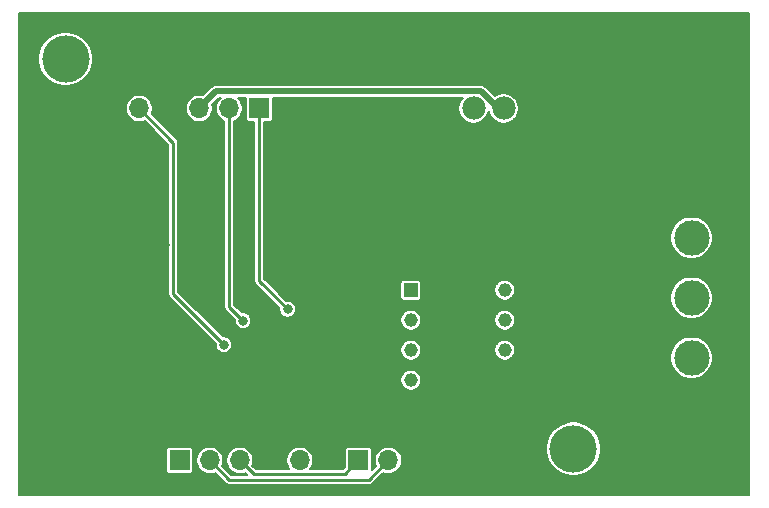
<source format=gbl>
%TF.GenerationSoftware,KiCad,Pcbnew,(5.1.12)-1*%
%TF.CreationDate,2022-08-06T16:25:20+02:00*%
%TF.ProjectId,Konwerter,4b6f6e77-6572-4746-9572-2e6b69636164,rev?*%
%TF.SameCoordinates,Original*%
%TF.FileFunction,Copper,L2,Bot*%
%TF.FilePolarity,Positive*%
%FSLAX46Y46*%
G04 Gerber Fmt 4.6, Leading zero omitted, Abs format (unit mm)*
G04 Created by KiCad (PCBNEW (5.1.12)-1) date 2022-08-06 16:25:20*
%MOMM*%
%LPD*%
G01*
G04 APERTURE LIST*
%TA.AperFunction,ComponentPad*%
%ADD10O,1.700000X1.700000*%
%TD*%
%TA.AperFunction,ComponentPad*%
%ADD11R,1.700000X1.700000*%
%TD*%
%TA.AperFunction,ComponentPad*%
%ADD12C,4.000000*%
%TD*%
%TA.AperFunction,ComponentPad*%
%ADD13C,3.000000*%
%TD*%
%TA.AperFunction,ComponentPad*%
%ADD14R,3.000000X3.000000*%
%TD*%
%TA.AperFunction,ComponentPad*%
%ADD15C,1.980000*%
%TD*%
%TA.AperFunction,ComponentPad*%
%ADD16R,1.980000X1.980000*%
%TD*%
%TA.AperFunction,ComponentPad*%
%ADD17C,1.160000*%
%TD*%
%TA.AperFunction,ComponentPad*%
%ADD18R,1.160000X1.160000*%
%TD*%
%TA.AperFunction,ViaPad*%
%ADD19C,0.800000*%
%TD*%
%TA.AperFunction,Conductor*%
%ADD20C,0.500000*%
%TD*%
%TA.AperFunction,Conductor*%
%ADD21C,0.250000*%
%TD*%
%TA.AperFunction,Conductor*%
%ADD22C,0.200000*%
%TD*%
G04 APERTURE END LIST*
D10*
X122340000Y-111000000D03*
D11*
X119800000Y-111000000D03*
D12*
X95000000Y-77000000D03*
X138000000Y-110000000D03*
D13*
X148000000Y-92160000D03*
D14*
X148000000Y-107400000D03*
D13*
X148000000Y-97240000D03*
X148000000Y-102320000D03*
D10*
X114820000Y-111000000D03*
X112280000Y-111000000D03*
X109740000Y-111000000D03*
X107200000Y-111000000D03*
D11*
X104660000Y-111000000D03*
D10*
X101240000Y-81200000D03*
X103780000Y-81200000D03*
X106320000Y-81200000D03*
X108860000Y-81200000D03*
D11*
X111400000Y-81200000D03*
D15*
X132100000Y-81200000D03*
X129550000Y-81200000D03*
D16*
X127000000Y-81200000D03*
D17*
X132170000Y-96590000D03*
X132170000Y-99130000D03*
X132170000Y-101670000D03*
X132170000Y-104210000D03*
X124230000Y-104210000D03*
X124230000Y-101670000D03*
X124230000Y-99130000D03*
D18*
X124230000Y-96590000D03*
D19*
X97275000Y-101925000D03*
X104565000Y-100435000D03*
X151600000Y-84000000D03*
X103400000Y-92800000D03*
X137000000Y-76000000D03*
X120000000Y-84000000D03*
X113800000Y-98200000D03*
X110035000Y-99165000D03*
X108400000Y-101200000D03*
D20*
X131600000Y-81200000D02*
X132100000Y-81200000D01*
X130159999Y-79759999D02*
X131600000Y-81200000D01*
X107760001Y-79759999D02*
X130159999Y-79759999D01*
X106320000Y-81200000D02*
X107760001Y-79759999D01*
D21*
X111400000Y-95800000D02*
X113800000Y-98200000D01*
X111400000Y-81200000D02*
X111400000Y-95800000D01*
X108860000Y-97990000D02*
X110035000Y-99165000D01*
X108860000Y-81200000D02*
X108860000Y-97990000D01*
X120714989Y-112625011D02*
X122340000Y-111000000D01*
X108825011Y-112625011D02*
X120714989Y-112625011D01*
X107200000Y-111000000D02*
X108825011Y-112625011D01*
X118624999Y-112175001D02*
X119800000Y-111000000D01*
X110915001Y-112175001D02*
X118624999Y-112175001D01*
X109740000Y-111000000D02*
X110915001Y-112175001D01*
X104125001Y-96925001D02*
X108400000Y-101200000D01*
X104125001Y-84085001D02*
X104125001Y-96925001D01*
X101240000Y-81200000D02*
X104125001Y-84085001D01*
D22*
X152900000Y-113900000D02*
X91100000Y-113900000D01*
X91100000Y-110150000D01*
X103508549Y-110150000D01*
X103508549Y-111850000D01*
X103514341Y-111908810D01*
X103531496Y-111965360D01*
X103559353Y-112017477D01*
X103596842Y-112063158D01*
X103642523Y-112100647D01*
X103694640Y-112128504D01*
X103751190Y-112145659D01*
X103810000Y-112151451D01*
X105510000Y-112151451D01*
X105568810Y-112145659D01*
X105625360Y-112128504D01*
X105677477Y-112100647D01*
X105723158Y-112063158D01*
X105760647Y-112017477D01*
X105788504Y-111965360D01*
X105805659Y-111908810D01*
X105811451Y-111850000D01*
X105811451Y-110886735D01*
X106050000Y-110886735D01*
X106050000Y-111113265D01*
X106094194Y-111335443D01*
X106180884Y-111544729D01*
X106306737Y-111733082D01*
X106466918Y-111893263D01*
X106655271Y-112019116D01*
X106864557Y-112105806D01*
X107086735Y-112150000D01*
X107313265Y-112150000D01*
X107535443Y-112105806D01*
X107655172Y-112056212D01*
X108509727Y-112910767D01*
X108523037Y-112926985D01*
X108587751Y-112980095D01*
X108661582Y-113019558D01*
X108661584Y-113019559D01*
X108741697Y-113043861D01*
X108825011Y-113052067D01*
X108845885Y-113050011D01*
X120694122Y-113050011D01*
X120714989Y-113052066D01*
X120735856Y-113050011D01*
X120735863Y-113050011D01*
X120798303Y-113043861D01*
X120878416Y-113019559D01*
X120952249Y-112980095D01*
X121016963Y-112926985D01*
X121030273Y-112910767D01*
X121884828Y-112056212D01*
X122004557Y-112105806D01*
X122226735Y-112150000D01*
X122453265Y-112150000D01*
X122675443Y-112105806D01*
X122884729Y-112019116D01*
X123073082Y-111893263D01*
X123233263Y-111733082D01*
X123359116Y-111544729D01*
X123445806Y-111335443D01*
X123490000Y-111113265D01*
X123490000Y-110886735D01*
X123445806Y-110664557D01*
X123359116Y-110455271D01*
X123233263Y-110266918D01*
X123073082Y-110106737D01*
X122884729Y-109980884D01*
X122675443Y-109894194D01*
X122453265Y-109850000D01*
X122226735Y-109850000D01*
X122004557Y-109894194D01*
X121795271Y-109980884D01*
X121606918Y-110106737D01*
X121446737Y-110266918D01*
X121320884Y-110455271D01*
X121234194Y-110664557D01*
X121190000Y-110886735D01*
X121190000Y-111113265D01*
X121234194Y-111335443D01*
X121283788Y-111455172D01*
X120951451Y-111787509D01*
X120951451Y-110150000D01*
X120945659Y-110091190D01*
X120928504Y-110034640D01*
X120900647Y-109982523D01*
X120863158Y-109936842D01*
X120817477Y-109899353D01*
X120765360Y-109871496D01*
X120708810Y-109854341D01*
X120650000Y-109848549D01*
X118950000Y-109848549D01*
X118891190Y-109854341D01*
X118834640Y-109871496D01*
X118782523Y-109899353D01*
X118736842Y-109936842D01*
X118699353Y-109982523D01*
X118671496Y-110034640D01*
X118654341Y-110091190D01*
X118648549Y-110150000D01*
X118648549Y-111550411D01*
X118448959Y-111750001D01*
X115696344Y-111750001D01*
X115713263Y-111733082D01*
X115839116Y-111544729D01*
X115925806Y-111335443D01*
X115970000Y-111113265D01*
X115970000Y-110886735D01*
X115925806Y-110664557D01*
X115839116Y-110455271D01*
X115713263Y-110266918D01*
X115553082Y-110106737D01*
X115364729Y-109980884D01*
X115155443Y-109894194D01*
X114933265Y-109850000D01*
X114706735Y-109850000D01*
X114484557Y-109894194D01*
X114275271Y-109980884D01*
X114086918Y-110106737D01*
X113926737Y-110266918D01*
X113800884Y-110455271D01*
X113714194Y-110664557D01*
X113670000Y-110886735D01*
X113670000Y-111113265D01*
X113714194Y-111335443D01*
X113800884Y-111544729D01*
X113926737Y-111733082D01*
X113943656Y-111750001D01*
X111091042Y-111750001D01*
X110796212Y-111455172D01*
X110845806Y-111335443D01*
X110890000Y-111113265D01*
X110890000Y-110886735D01*
X110845806Y-110664557D01*
X110759116Y-110455271D01*
X110633263Y-110266918D01*
X110473082Y-110106737D01*
X110284729Y-109980884D01*
X110075443Y-109894194D01*
X109853265Y-109850000D01*
X109626735Y-109850000D01*
X109404557Y-109894194D01*
X109195271Y-109980884D01*
X109006918Y-110106737D01*
X108846737Y-110266918D01*
X108720884Y-110455271D01*
X108634194Y-110664557D01*
X108590000Y-110886735D01*
X108590000Y-111113265D01*
X108634194Y-111335443D01*
X108720884Y-111544729D01*
X108846737Y-111733082D01*
X109006918Y-111893263D01*
X109195271Y-112019116D01*
X109404557Y-112105806D01*
X109626735Y-112150000D01*
X109853265Y-112150000D01*
X110075443Y-112105806D01*
X110195172Y-112056212D01*
X110338970Y-112200011D01*
X109001051Y-112200011D01*
X108256212Y-111455172D01*
X108305806Y-111335443D01*
X108350000Y-111113265D01*
X108350000Y-110886735D01*
X108305806Y-110664557D01*
X108219116Y-110455271D01*
X108093263Y-110266918D01*
X107933082Y-110106737D01*
X107744729Y-109980884D01*
X107535443Y-109894194D01*
X107313265Y-109850000D01*
X107086735Y-109850000D01*
X106864557Y-109894194D01*
X106655271Y-109980884D01*
X106466918Y-110106737D01*
X106306737Y-110266918D01*
X106180884Y-110455271D01*
X106094194Y-110664557D01*
X106050000Y-110886735D01*
X105811451Y-110886735D01*
X105811451Y-110150000D01*
X105805659Y-110091190D01*
X105788504Y-110034640D01*
X105760647Y-109982523D01*
X105723158Y-109936842D01*
X105677477Y-109899353D01*
X105625360Y-109871496D01*
X105568810Y-109854341D01*
X105510000Y-109848549D01*
X103810000Y-109848549D01*
X103751190Y-109854341D01*
X103694640Y-109871496D01*
X103642523Y-109899353D01*
X103596842Y-109936842D01*
X103559353Y-109982523D01*
X103531496Y-110034640D01*
X103514341Y-110091190D01*
X103508549Y-110150000D01*
X91100000Y-110150000D01*
X91100000Y-109773470D01*
X135700000Y-109773470D01*
X135700000Y-110226530D01*
X135788387Y-110670885D01*
X135961766Y-111089459D01*
X136213473Y-111466165D01*
X136533835Y-111786527D01*
X136910541Y-112038234D01*
X137329115Y-112211613D01*
X137773470Y-112300000D01*
X138226530Y-112300000D01*
X138670885Y-112211613D01*
X139089459Y-112038234D01*
X139466165Y-111786527D01*
X139786527Y-111466165D01*
X140038234Y-111089459D01*
X140211613Y-110670885D01*
X140300000Y-110226530D01*
X140300000Y-109773470D01*
X140211613Y-109329115D01*
X140038234Y-108910541D01*
X139786527Y-108533835D01*
X139466165Y-108213473D01*
X139089459Y-107961766D01*
X138670885Y-107788387D01*
X138226530Y-107700000D01*
X137773470Y-107700000D01*
X137329115Y-107788387D01*
X136910541Y-107961766D01*
X136533835Y-108213473D01*
X136213473Y-108533835D01*
X135961766Y-108910541D01*
X135788387Y-109329115D01*
X135700000Y-109773470D01*
X91100000Y-109773470D01*
X91100000Y-104123328D01*
X123350000Y-104123328D01*
X123350000Y-104296672D01*
X123383818Y-104466687D01*
X123450154Y-104626836D01*
X123546459Y-104770967D01*
X123669033Y-104893541D01*
X123813164Y-104989846D01*
X123973313Y-105056182D01*
X124143328Y-105090000D01*
X124316672Y-105090000D01*
X124486687Y-105056182D01*
X124646836Y-104989846D01*
X124790967Y-104893541D01*
X124913541Y-104770967D01*
X125009846Y-104626836D01*
X125076182Y-104466687D01*
X125110000Y-104296672D01*
X125110000Y-104123328D01*
X125076182Y-103953313D01*
X125009846Y-103793164D01*
X124913541Y-103649033D01*
X124790967Y-103526459D01*
X124646836Y-103430154D01*
X124486687Y-103363818D01*
X124316672Y-103330000D01*
X124143328Y-103330000D01*
X123973313Y-103363818D01*
X123813164Y-103430154D01*
X123669033Y-103526459D01*
X123546459Y-103649033D01*
X123450154Y-103793164D01*
X123383818Y-103953313D01*
X123350000Y-104123328D01*
X91100000Y-104123328D01*
X91100000Y-81086735D01*
X100090000Y-81086735D01*
X100090000Y-81313265D01*
X100134194Y-81535443D01*
X100220884Y-81744729D01*
X100346737Y-81933082D01*
X100506918Y-82093263D01*
X100695271Y-82219116D01*
X100904557Y-82305806D01*
X101126735Y-82350000D01*
X101353265Y-82350000D01*
X101575443Y-82305806D01*
X101695172Y-82256212D01*
X103700001Y-84261041D01*
X103700002Y-96904124D01*
X103697946Y-96925001D01*
X103706151Y-97008315D01*
X103722654Y-97062716D01*
X103730454Y-97088428D01*
X103769918Y-97162261D01*
X103823028Y-97226975D01*
X103839240Y-97240280D01*
X107704980Y-101106020D01*
X107700000Y-101131056D01*
X107700000Y-101268944D01*
X107726901Y-101404182D01*
X107779668Y-101531574D01*
X107856274Y-101646224D01*
X107953776Y-101743726D01*
X108068426Y-101820332D01*
X108195818Y-101873099D01*
X108331056Y-101900000D01*
X108468944Y-101900000D01*
X108604182Y-101873099D01*
X108731574Y-101820332D01*
X108846224Y-101743726D01*
X108943726Y-101646224D01*
X108985751Y-101583328D01*
X123350000Y-101583328D01*
X123350000Y-101756672D01*
X123383818Y-101926687D01*
X123450154Y-102086836D01*
X123546459Y-102230967D01*
X123669033Y-102353541D01*
X123813164Y-102449846D01*
X123973313Y-102516182D01*
X124143328Y-102550000D01*
X124316672Y-102550000D01*
X124486687Y-102516182D01*
X124646836Y-102449846D01*
X124790967Y-102353541D01*
X124913541Y-102230967D01*
X125009846Y-102086836D01*
X125076182Y-101926687D01*
X125110000Y-101756672D01*
X125110000Y-101583328D01*
X131290000Y-101583328D01*
X131290000Y-101756672D01*
X131323818Y-101926687D01*
X131390154Y-102086836D01*
X131486459Y-102230967D01*
X131609033Y-102353541D01*
X131753164Y-102449846D01*
X131913313Y-102516182D01*
X132083328Y-102550000D01*
X132256672Y-102550000D01*
X132426687Y-102516182D01*
X132586836Y-102449846D01*
X132730967Y-102353541D01*
X132853541Y-102230967D01*
X132912508Y-102142716D01*
X146200000Y-102142716D01*
X146200000Y-102497284D01*
X146269173Y-102845041D01*
X146404861Y-103172620D01*
X146601849Y-103467433D01*
X146852567Y-103718151D01*
X147147380Y-103915139D01*
X147474959Y-104050827D01*
X147822716Y-104120000D01*
X148177284Y-104120000D01*
X148525041Y-104050827D01*
X148852620Y-103915139D01*
X149147433Y-103718151D01*
X149398151Y-103467433D01*
X149595139Y-103172620D01*
X149730827Y-102845041D01*
X149800000Y-102497284D01*
X149800000Y-102142716D01*
X149730827Y-101794959D01*
X149595139Y-101467380D01*
X149398151Y-101172567D01*
X149147433Y-100921849D01*
X148852620Y-100724861D01*
X148525041Y-100589173D01*
X148177284Y-100520000D01*
X147822716Y-100520000D01*
X147474959Y-100589173D01*
X147147380Y-100724861D01*
X146852567Y-100921849D01*
X146601849Y-101172567D01*
X146404861Y-101467380D01*
X146269173Y-101794959D01*
X146200000Y-102142716D01*
X132912508Y-102142716D01*
X132949846Y-102086836D01*
X133016182Y-101926687D01*
X133050000Y-101756672D01*
X133050000Y-101583328D01*
X133016182Y-101413313D01*
X132949846Y-101253164D01*
X132853541Y-101109033D01*
X132730967Y-100986459D01*
X132586836Y-100890154D01*
X132426687Y-100823818D01*
X132256672Y-100790000D01*
X132083328Y-100790000D01*
X131913313Y-100823818D01*
X131753164Y-100890154D01*
X131609033Y-100986459D01*
X131486459Y-101109033D01*
X131390154Y-101253164D01*
X131323818Y-101413313D01*
X131290000Y-101583328D01*
X125110000Y-101583328D01*
X125076182Y-101413313D01*
X125009846Y-101253164D01*
X124913541Y-101109033D01*
X124790967Y-100986459D01*
X124646836Y-100890154D01*
X124486687Y-100823818D01*
X124316672Y-100790000D01*
X124143328Y-100790000D01*
X123973313Y-100823818D01*
X123813164Y-100890154D01*
X123669033Y-100986459D01*
X123546459Y-101109033D01*
X123450154Y-101253164D01*
X123383818Y-101413313D01*
X123350000Y-101583328D01*
X108985751Y-101583328D01*
X109020332Y-101531574D01*
X109073099Y-101404182D01*
X109100000Y-101268944D01*
X109100000Y-101131056D01*
X109073099Y-100995818D01*
X109020332Y-100868426D01*
X108943726Y-100753776D01*
X108846224Y-100656274D01*
X108731574Y-100579668D01*
X108604182Y-100526901D01*
X108468944Y-100500000D01*
X108331056Y-100500000D01*
X108306020Y-100504980D01*
X104550001Y-96748961D01*
X104550001Y-84105875D01*
X104552057Y-84085001D01*
X104543851Y-84001687D01*
X104519549Y-83921574D01*
X104480085Y-83847741D01*
X104426975Y-83783027D01*
X104410759Y-83769719D01*
X102296212Y-81655172D01*
X102345806Y-81535443D01*
X102390000Y-81313265D01*
X102390000Y-81086735D01*
X105170000Y-81086735D01*
X105170000Y-81313265D01*
X105214194Y-81535443D01*
X105300884Y-81744729D01*
X105426737Y-81933082D01*
X105586918Y-82093263D01*
X105775271Y-82219116D01*
X105984557Y-82305806D01*
X106206735Y-82350000D01*
X106433265Y-82350000D01*
X106655443Y-82305806D01*
X106864729Y-82219116D01*
X107053082Y-82093263D01*
X107213263Y-81933082D01*
X107339116Y-81744729D01*
X107425806Y-81535443D01*
X107470000Y-81313265D01*
X107470000Y-81086735D01*
X107427043Y-80870775D01*
X107987819Y-80309999D01*
X108123656Y-80309999D01*
X107966737Y-80466918D01*
X107840884Y-80655271D01*
X107754194Y-80864557D01*
X107710000Y-81086735D01*
X107710000Y-81313265D01*
X107754194Y-81535443D01*
X107840884Y-81744729D01*
X107966737Y-81933082D01*
X108126918Y-82093263D01*
X108315271Y-82219116D01*
X108435000Y-82268710D01*
X108435001Y-97969123D01*
X108432945Y-97990000D01*
X108441150Y-98073314D01*
X108458667Y-98131056D01*
X108465453Y-98153427D01*
X108504917Y-98227260D01*
X108532454Y-98260813D01*
X108539127Y-98268944D01*
X108558027Y-98291974D01*
X108574239Y-98305279D01*
X109339980Y-99071021D01*
X109335000Y-99096056D01*
X109335000Y-99233944D01*
X109361901Y-99369182D01*
X109414668Y-99496574D01*
X109491274Y-99611224D01*
X109588776Y-99708726D01*
X109703426Y-99785332D01*
X109830818Y-99838099D01*
X109966056Y-99865000D01*
X110103944Y-99865000D01*
X110239182Y-99838099D01*
X110366574Y-99785332D01*
X110481224Y-99708726D01*
X110578726Y-99611224D01*
X110655332Y-99496574D01*
X110708099Y-99369182D01*
X110735000Y-99233944D01*
X110735000Y-99096056D01*
X110724512Y-99043328D01*
X123350000Y-99043328D01*
X123350000Y-99216672D01*
X123383818Y-99386687D01*
X123450154Y-99546836D01*
X123546459Y-99690967D01*
X123669033Y-99813541D01*
X123813164Y-99909846D01*
X123973313Y-99976182D01*
X124143328Y-100010000D01*
X124316672Y-100010000D01*
X124486687Y-99976182D01*
X124646836Y-99909846D01*
X124790967Y-99813541D01*
X124913541Y-99690967D01*
X125009846Y-99546836D01*
X125076182Y-99386687D01*
X125110000Y-99216672D01*
X125110000Y-99043328D01*
X131290000Y-99043328D01*
X131290000Y-99216672D01*
X131323818Y-99386687D01*
X131390154Y-99546836D01*
X131486459Y-99690967D01*
X131609033Y-99813541D01*
X131753164Y-99909846D01*
X131913313Y-99976182D01*
X132083328Y-100010000D01*
X132256672Y-100010000D01*
X132426687Y-99976182D01*
X132586836Y-99909846D01*
X132730967Y-99813541D01*
X132853541Y-99690967D01*
X132949846Y-99546836D01*
X133016182Y-99386687D01*
X133050000Y-99216672D01*
X133050000Y-99043328D01*
X133016182Y-98873313D01*
X132949846Y-98713164D01*
X132853541Y-98569033D01*
X132730967Y-98446459D01*
X132586836Y-98350154D01*
X132426687Y-98283818D01*
X132256672Y-98250000D01*
X132083328Y-98250000D01*
X131913313Y-98283818D01*
X131753164Y-98350154D01*
X131609033Y-98446459D01*
X131486459Y-98569033D01*
X131390154Y-98713164D01*
X131323818Y-98873313D01*
X131290000Y-99043328D01*
X125110000Y-99043328D01*
X125076182Y-98873313D01*
X125009846Y-98713164D01*
X124913541Y-98569033D01*
X124790967Y-98446459D01*
X124646836Y-98350154D01*
X124486687Y-98283818D01*
X124316672Y-98250000D01*
X124143328Y-98250000D01*
X123973313Y-98283818D01*
X123813164Y-98350154D01*
X123669033Y-98446459D01*
X123546459Y-98569033D01*
X123450154Y-98713164D01*
X123383818Y-98873313D01*
X123350000Y-99043328D01*
X110724512Y-99043328D01*
X110708099Y-98960818D01*
X110655332Y-98833426D01*
X110578726Y-98718776D01*
X110481224Y-98621274D01*
X110366574Y-98544668D01*
X110239182Y-98491901D01*
X110103944Y-98465000D01*
X109966056Y-98465000D01*
X109941021Y-98469980D01*
X109285000Y-97813960D01*
X109285000Y-82268710D01*
X109404729Y-82219116D01*
X109593082Y-82093263D01*
X109753263Y-81933082D01*
X109879116Y-81744729D01*
X109965806Y-81535443D01*
X110010000Y-81313265D01*
X110010000Y-81086735D01*
X109965806Y-80864557D01*
X109879116Y-80655271D01*
X109753263Y-80466918D01*
X109596344Y-80309999D01*
X110252489Y-80309999D01*
X110248549Y-80350000D01*
X110248549Y-82050000D01*
X110254341Y-82108810D01*
X110271496Y-82165360D01*
X110299353Y-82217477D01*
X110336842Y-82263158D01*
X110382523Y-82300647D01*
X110434640Y-82328504D01*
X110491190Y-82345659D01*
X110550000Y-82351451D01*
X110975000Y-82351451D01*
X110975001Y-95779123D01*
X110972945Y-95800000D01*
X110981150Y-95883314D01*
X111001741Y-95951190D01*
X111005453Y-95963427D01*
X111044917Y-96037260D01*
X111098027Y-96101974D01*
X111114239Y-96115279D01*
X113104980Y-98106020D01*
X113100000Y-98131056D01*
X113100000Y-98268944D01*
X113126901Y-98404182D01*
X113179668Y-98531574D01*
X113256274Y-98646224D01*
X113353776Y-98743726D01*
X113468426Y-98820332D01*
X113595818Y-98873099D01*
X113731056Y-98900000D01*
X113868944Y-98900000D01*
X114004182Y-98873099D01*
X114131574Y-98820332D01*
X114246224Y-98743726D01*
X114343726Y-98646224D01*
X114420332Y-98531574D01*
X114473099Y-98404182D01*
X114500000Y-98268944D01*
X114500000Y-98131056D01*
X114473099Y-97995818D01*
X114420332Y-97868426D01*
X114343726Y-97753776D01*
X114246224Y-97656274D01*
X114131574Y-97579668D01*
X114004182Y-97526901D01*
X113868944Y-97500000D01*
X113731056Y-97500000D01*
X113706020Y-97504980D01*
X112211040Y-96010000D01*
X123348549Y-96010000D01*
X123348549Y-97170000D01*
X123354341Y-97228810D01*
X123371496Y-97285360D01*
X123399353Y-97337477D01*
X123436842Y-97383158D01*
X123482523Y-97420647D01*
X123534640Y-97448504D01*
X123591190Y-97465659D01*
X123650000Y-97471451D01*
X124810000Y-97471451D01*
X124868810Y-97465659D01*
X124925360Y-97448504D01*
X124977477Y-97420647D01*
X125023158Y-97383158D01*
X125060647Y-97337477D01*
X125088504Y-97285360D01*
X125105659Y-97228810D01*
X125111451Y-97170000D01*
X125111451Y-96503328D01*
X131290000Y-96503328D01*
X131290000Y-96676672D01*
X131323818Y-96846687D01*
X131390154Y-97006836D01*
X131486459Y-97150967D01*
X131609033Y-97273541D01*
X131753164Y-97369846D01*
X131913313Y-97436182D01*
X132083328Y-97470000D01*
X132256672Y-97470000D01*
X132426687Y-97436182D01*
X132586836Y-97369846D01*
X132730967Y-97273541D01*
X132853541Y-97150967D01*
X132912508Y-97062716D01*
X146200000Y-97062716D01*
X146200000Y-97417284D01*
X146269173Y-97765041D01*
X146404861Y-98092620D01*
X146601849Y-98387433D01*
X146852567Y-98638151D01*
X147147380Y-98835139D01*
X147474959Y-98970827D01*
X147822716Y-99040000D01*
X148177284Y-99040000D01*
X148525041Y-98970827D01*
X148852620Y-98835139D01*
X149147433Y-98638151D01*
X149398151Y-98387433D01*
X149595139Y-98092620D01*
X149730827Y-97765041D01*
X149800000Y-97417284D01*
X149800000Y-97062716D01*
X149730827Y-96714959D01*
X149595139Y-96387380D01*
X149398151Y-96092567D01*
X149147433Y-95841849D01*
X148852620Y-95644861D01*
X148525041Y-95509173D01*
X148177284Y-95440000D01*
X147822716Y-95440000D01*
X147474959Y-95509173D01*
X147147380Y-95644861D01*
X146852567Y-95841849D01*
X146601849Y-96092567D01*
X146404861Y-96387380D01*
X146269173Y-96714959D01*
X146200000Y-97062716D01*
X132912508Y-97062716D01*
X132949846Y-97006836D01*
X133016182Y-96846687D01*
X133050000Y-96676672D01*
X133050000Y-96503328D01*
X133016182Y-96333313D01*
X132949846Y-96173164D01*
X132853541Y-96029033D01*
X132730967Y-95906459D01*
X132586836Y-95810154D01*
X132426687Y-95743818D01*
X132256672Y-95710000D01*
X132083328Y-95710000D01*
X131913313Y-95743818D01*
X131753164Y-95810154D01*
X131609033Y-95906459D01*
X131486459Y-96029033D01*
X131390154Y-96173164D01*
X131323818Y-96333313D01*
X131290000Y-96503328D01*
X125111451Y-96503328D01*
X125111451Y-96010000D01*
X125105659Y-95951190D01*
X125088504Y-95894640D01*
X125060647Y-95842523D01*
X125023158Y-95796842D01*
X124977477Y-95759353D01*
X124925360Y-95731496D01*
X124868810Y-95714341D01*
X124810000Y-95708549D01*
X123650000Y-95708549D01*
X123591190Y-95714341D01*
X123534640Y-95731496D01*
X123482523Y-95759353D01*
X123436842Y-95796842D01*
X123399353Y-95842523D01*
X123371496Y-95894640D01*
X123354341Y-95951190D01*
X123348549Y-96010000D01*
X112211040Y-96010000D01*
X111825000Y-95623960D01*
X111825000Y-91982716D01*
X146200000Y-91982716D01*
X146200000Y-92337284D01*
X146269173Y-92685041D01*
X146404861Y-93012620D01*
X146601849Y-93307433D01*
X146852567Y-93558151D01*
X147147380Y-93755139D01*
X147474959Y-93890827D01*
X147822716Y-93960000D01*
X148177284Y-93960000D01*
X148525041Y-93890827D01*
X148852620Y-93755139D01*
X149147433Y-93558151D01*
X149398151Y-93307433D01*
X149595139Y-93012620D01*
X149730827Y-92685041D01*
X149800000Y-92337284D01*
X149800000Y-91982716D01*
X149730827Y-91634959D01*
X149595139Y-91307380D01*
X149398151Y-91012567D01*
X149147433Y-90761849D01*
X148852620Y-90564861D01*
X148525041Y-90429173D01*
X148177284Y-90360000D01*
X147822716Y-90360000D01*
X147474959Y-90429173D01*
X147147380Y-90564861D01*
X146852567Y-90761849D01*
X146601849Y-91012567D01*
X146404861Y-91307380D01*
X146269173Y-91634959D01*
X146200000Y-91982716D01*
X111825000Y-91982716D01*
X111825000Y-82351451D01*
X112250000Y-82351451D01*
X112308810Y-82345659D01*
X112365360Y-82328504D01*
X112417477Y-82300647D01*
X112463158Y-82263158D01*
X112500647Y-82217477D01*
X112528504Y-82165360D01*
X112545659Y-82108810D01*
X112551451Y-82050000D01*
X112551451Y-80350000D01*
X112547511Y-80309999D01*
X128615665Y-80309999D01*
X128547991Y-80377673D01*
X128406817Y-80588956D01*
X128309574Y-80823721D01*
X128260000Y-81072946D01*
X128260000Y-81327054D01*
X128309574Y-81576279D01*
X128406817Y-81811044D01*
X128547991Y-82022327D01*
X128727673Y-82202009D01*
X128938956Y-82343183D01*
X129173721Y-82440426D01*
X129422946Y-82490000D01*
X129677054Y-82490000D01*
X129926279Y-82440426D01*
X130161044Y-82343183D01*
X130372327Y-82202009D01*
X130552009Y-82022327D01*
X130693183Y-81811044D01*
X130790426Y-81576279D01*
X130825000Y-81402464D01*
X130859574Y-81576279D01*
X130956817Y-81811044D01*
X131097991Y-82022327D01*
X131277673Y-82202009D01*
X131488956Y-82343183D01*
X131723721Y-82440426D01*
X131972946Y-82490000D01*
X132227054Y-82490000D01*
X132476279Y-82440426D01*
X132711044Y-82343183D01*
X132922327Y-82202009D01*
X133102009Y-82022327D01*
X133243183Y-81811044D01*
X133340426Y-81576279D01*
X133390000Y-81327054D01*
X133390000Y-81072946D01*
X133340426Y-80823721D01*
X133243183Y-80588956D01*
X133102009Y-80377673D01*
X132922327Y-80197991D01*
X132711044Y-80056817D01*
X132476279Y-79959574D01*
X132227054Y-79910000D01*
X131972946Y-79910000D01*
X131723721Y-79959574D01*
X131488956Y-80056817D01*
X131336501Y-80158684D01*
X130568012Y-79390195D01*
X130550789Y-79369209D01*
X130467041Y-79300478D01*
X130371493Y-79249407D01*
X130267818Y-79217957D01*
X130187017Y-79209999D01*
X130187007Y-79209999D01*
X130159999Y-79207339D01*
X130132991Y-79209999D01*
X107787009Y-79209999D01*
X107760001Y-79207339D01*
X107732993Y-79209999D01*
X107732983Y-79209999D01*
X107652182Y-79217957D01*
X107548507Y-79249407D01*
X107453853Y-79300000D01*
X107452959Y-79300478D01*
X107390196Y-79351986D01*
X107390191Y-79351991D01*
X107369211Y-79369209D01*
X107351993Y-79390189D01*
X106649225Y-80092957D01*
X106433265Y-80050000D01*
X106206735Y-80050000D01*
X105984557Y-80094194D01*
X105775271Y-80180884D01*
X105586918Y-80306737D01*
X105426737Y-80466918D01*
X105300884Y-80655271D01*
X105214194Y-80864557D01*
X105170000Y-81086735D01*
X102390000Y-81086735D01*
X102345806Y-80864557D01*
X102259116Y-80655271D01*
X102133263Y-80466918D01*
X101973082Y-80306737D01*
X101784729Y-80180884D01*
X101575443Y-80094194D01*
X101353265Y-80050000D01*
X101126735Y-80050000D01*
X100904557Y-80094194D01*
X100695271Y-80180884D01*
X100506918Y-80306737D01*
X100346737Y-80466918D01*
X100220884Y-80655271D01*
X100134194Y-80864557D01*
X100090000Y-81086735D01*
X91100000Y-81086735D01*
X91100000Y-76773470D01*
X92700000Y-76773470D01*
X92700000Y-77226530D01*
X92788387Y-77670885D01*
X92961766Y-78089459D01*
X93213473Y-78466165D01*
X93533835Y-78786527D01*
X93910541Y-79038234D01*
X94329115Y-79211613D01*
X94773470Y-79300000D01*
X95226530Y-79300000D01*
X95670885Y-79211613D01*
X96089459Y-79038234D01*
X96466165Y-78786527D01*
X96786527Y-78466165D01*
X97038234Y-78089459D01*
X97211613Y-77670885D01*
X97300000Y-77226530D01*
X97300000Y-76773470D01*
X97211613Y-76329115D01*
X97038234Y-75910541D01*
X96786527Y-75533835D01*
X96466165Y-75213473D01*
X96089459Y-74961766D01*
X95670885Y-74788387D01*
X95226530Y-74700000D01*
X94773470Y-74700000D01*
X94329115Y-74788387D01*
X93910541Y-74961766D01*
X93533835Y-75213473D01*
X93213473Y-75533835D01*
X92961766Y-75910541D01*
X92788387Y-76329115D01*
X92700000Y-76773470D01*
X91100000Y-76773470D01*
X91100000Y-73100000D01*
X152900000Y-73100000D01*
X152900000Y-113900000D01*
%TA.AperFunction,Conductor*%
G36*
X152900000Y-113900000D02*
G01*
X91100000Y-113900000D01*
X91100000Y-110150000D01*
X103508549Y-110150000D01*
X103508549Y-111850000D01*
X103514341Y-111908810D01*
X103531496Y-111965360D01*
X103559353Y-112017477D01*
X103596842Y-112063158D01*
X103642523Y-112100647D01*
X103694640Y-112128504D01*
X103751190Y-112145659D01*
X103810000Y-112151451D01*
X105510000Y-112151451D01*
X105568810Y-112145659D01*
X105625360Y-112128504D01*
X105677477Y-112100647D01*
X105723158Y-112063158D01*
X105760647Y-112017477D01*
X105788504Y-111965360D01*
X105805659Y-111908810D01*
X105811451Y-111850000D01*
X105811451Y-110886735D01*
X106050000Y-110886735D01*
X106050000Y-111113265D01*
X106094194Y-111335443D01*
X106180884Y-111544729D01*
X106306737Y-111733082D01*
X106466918Y-111893263D01*
X106655271Y-112019116D01*
X106864557Y-112105806D01*
X107086735Y-112150000D01*
X107313265Y-112150000D01*
X107535443Y-112105806D01*
X107655172Y-112056212D01*
X108509727Y-112910767D01*
X108523037Y-112926985D01*
X108587751Y-112980095D01*
X108661582Y-113019558D01*
X108661584Y-113019559D01*
X108741697Y-113043861D01*
X108825011Y-113052067D01*
X108845885Y-113050011D01*
X120694122Y-113050011D01*
X120714989Y-113052066D01*
X120735856Y-113050011D01*
X120735863Y-113050011D01*
X120798303Y-113043861D01*
X120878416Y-113019559D01*
X120952249Y-112980095D01*
X121016963Y-112926985D01*
X121030273Y-112910767D01*
X121884828Y-112056212D01*
X122004557Y-112105806D01*
X122226735Y-112150000D01*
X122453265Y-112150000D01*
X122675443Y-112105806D01*
X122884729Y-112019116D01*
X123073082Y-111893263D01*
X123233263Y-111733082D01*
X123359116Y-111544729D01*
X123445806Y-111335443D01*
X123490000Y-111113265D01*
X123490000Y-110886735D01*
X123445806Y-110664557D01*
X123359116Y-110455271D01*
X123233263Y-110266918D01*
X123073082Y-110106737D01*
X122884729Y-109980884D01*
X122675443Y-109894194D01*
X122453265Y-109850000D01*
X122226735Y-109850000D01*
X122004557Y-109894194D01*
X121795271Y-109980884D01*
X121606918Y-110106737D01*
X121446737Y-110266918D01*
X121320884Y-110455271D01*
X121234194Y-110664557D01*
X121190000Y-110886735D01*
X121190000Y-111113265D01*
X121234194Y-111335443D01*
X121283788Y-111455172D01*
X120951451Y-111787509D01*
X120951451Y-110150000D01*
X120945659Y-110091190D01*
X120928504Y-110034640D01*
X120900647Y-109982523D01*
X120863158Y-109936842D01*
X120817477Y-109899353D01*
X120765360Y-109871496D01*
X120708810Y-109854341D01*
X120650000Y-109848549D01*
X118950000Y-109848549D01*
X118891190Y-109854341D01*
X118834640Y-109871496D01*
X118782523Y-109899353D01*
X118736842Y-109936842D01*
X118699353Y-109982523D01*
X118671496Y-110034640D01*
X118654341Y-110091190D01*
X118648549Y-110150000D01*
X118648549Y-111550411D01*
X118448959Y-111750001D01*
X115696344Y-111750001D01*
X115713263Y-111733082D01*
X115839116Y-111544729D01*
X115925806Y-111335443D01*
X115970000Y-111113265D01*
X115970000Y-110886735D01*
X115925806Y-110664557D01*
X115839116Y-110455271D01*
X115713263Y-110266918D01*
X115553082Y-110106737D01*
X115364729Y-109980884D01*
X115155443Y-109894194D01*
X114933265Y-109850000D01*
X114706735Y-109850000D01*
X114484557Y-109894194D01*
X114275271Y-109980884D01*
X114086918Y-110106737D01*
X113926737Y-110266918D01*
X113800884Y-110455271D01*
X113714194Y-110664557D01*
X113670000Y-110886735D01*
X113670000Y-111113265D01*
X113714194Y-111335443D01*
X113800884Y-111544729D01*
X113926737Y-111733082D01*
X113943656Y-111750001D01*
X111091042Y-111750001D01*
X110796212Y-111455172D01*
X110845806Y-111335443D01*
X110890000Y-111113265D01*
X110890000Y-110886735D01*
X110845806Y-110664557D01*
X110759116Y-110455271D01*
X110633263Y-110266918D01*
X110473082Y-110106737D01*
X110284729Y-109980884D01*
X110075443Y-109894194D01*
X109853265Y-109850000D01*
X109626735Y-109850000D01*
X109404557Y-109894194D01*
X109195271Y-109980884D01*
X109006918Y-110106737D01*
X108846737Y-110266918D01*
X108720884Y-110455271D01*
X108634194Y-110664557D01*
X108590000Y-110886735D01*
X108590000Y-111113265D01*
X108634194Y-111335443D01*
X108720884Y-111544729D01*
X108846737Y-111733082D01*
X109006918Y-111893263D01*
X109195271Y-112019116D01*
X109404557Y-112105806D01*
X109626735Y-112150000D01*
X109853265Y-112150000D01*
X110075443Y-112105806D01*
X110195172Y-112056212D01*
X110338970Y-112200011D01*
X109001051Y-112200011D01*
X108256212Y-111455172D01*
X108305806Y-111335443D01*
X108350000Y-111113265D01*
X108350000Y-110886735D01*
X108305806Y-110664557D01*
X108219116Y-110455271D01*
X108093263Y-110266918D01*
X107933082Y-110106737D01*
X107744729Y-109980884D01*
X107535443Y-109894194D01*
X107313265Y-109850000D01*
X107086735Y-109850000D01*
X106864557Y-109894194D01*
X106655271Y-109980884D01*
X106466918Y-110106737D01*
X106306737Y-110266918D01*
X106180884Y-110455271D01*
X106094194Y-110664557D01*
X106050000Y-110886735D01*
X105811451Y-110886735D01*
X105811451Y-110150000D01*
X105805659Y-110091190D01*
X105788504Y-110034640D01*
X105760647Y-109982523D01*
X105723158Y-109936842D01*
X105677477Y-109899353D01*
X105625360Y-109871496D01*
X105568810Y-109854341D01*
X105510000Y-109848549D01*
X103810000Y-109848549D01*
X103751190Y-109854341D01*
X103694640Y-109871496D01*
X103642523Y-109899353D01*
X103596842Y-109936842D01*
X103559353Y-109982523D01*
X103531496Y-110034640D01*
X103514341Y-110091190D01*
X103508549Y-110150000D01*
X91100000Y-110150000D01*
X91100000Y-109773470D01*
X135700000Y-109773470D01*
X135700000Y-110226530D01*
X135788387Y-110670885D01*
X135961766Y-111089459D01*
X136213473Y-111466165D01*
X136533835Y-111786527D01*
X136910541Y-112038234D01*
X137329115Y-112211613D01*
X137773470Y-112300000D01*
X138226530Y-112300000D01*
X138670885Y-112211613D01*
X139089459Y-112038234D01*
X139466165Y-111786527D01*
X139786527Y-111466165D01*
X140038234Y-111089459D01*
X140211613Y-110670885D01*
X140300000Y-110226530D01*
X140300000Y-109773470D01*
X140211613Y-109329115D01*
X140038234Y-108910541D01*
X139786527Y-108533835D01*
X139466165Y-108213473D01*
X139089459Y-107961766D01*
X138670885Y-107788387D01*
X138226530Y-107700000D01*
X137773470Y-107700000D01*
X137329115Y-107788387D01*
X136910541Y-107961766D01*
X136533835Y-108213473D01*
X136213473Y-108533835D01*
X135961766Y-108910541D01*
X135788387Y-109329115D01*
X135700000Y-109773470D01*
X91100000Y-109773470D01*
X91100000Y-104123328D01*
X123350000Y-104123328D01*
X123350000Y-104296672D01*
X123383818Y-104466687D01*
X123450154Y-104626836D01*
X123546459Y-104770967D01*
X123669033Y-104893541D01*
X123813164Y-104989846D01*
X123973313Y-105056182D01*
X124143328Y-105090000D01*
X124316672Y-105090000D01*
X124486687Y-105056182D01*
X124646836Y-104989846D01*
X124790967Y-104893541D01*
X124913541Y-104770967D01*
X125009846Y-104626836D01*
X125076182Y-104466687D01*
X125110000Y-104296672D01*
X125110000Y-104123328D01*
X125076182Y-103953313D01*
X125009846Y-103793164D01*
X124913541Y-103649033D01*
X124790967Y-103526459D01*
X124646836Y-103430154D01*
X124486687Y-103363818D01*
X124316672Y-103330000D01*
X124143328Y-103330000D01*
X123973313Y-103363818D01*
X123813164Y-103430154D01*
X123669033Y-103526459D01*
X123546459Y-103649033D01*
X123450154Y-103793164D01*
X123383818Y-103953313D01*
X123350000Y-104123328D01*
X91100000Y-104123328D01*
X91100000Y-81086735D01*
X100090000Y-81086735D01*
X100090000Y-81313265D01*
X100134194Y-81535443D01*
X100220884Y-81744729D01*
X100346737Y-81933082D01*
X100506918Y-82093263D01*
X100695271Y-82219116D01*
X100904557Y-82305806D01*
X101126735Y-82350000D01*
X101353265Y-82350000D01*
X101575443Y-82305806D01*
X101695172Y-82256212D01*
X103700001Y-84261041D01*
X103700002Y-96904124D01*
X103697946Y-96925001D01*
X103706151Y-97008315D01*
X103722654Y-97062716D01*
X103730454Y-97088428D01*
X103769918Y-97162261D01*
X103823028Y-97226975D01*
X103839240Y-97240280D01*
X107704980Y-101106020D01*
X107700000Y-101131056D01*
X107700000Y-101268944D01*
X107726901Y-101404182D01*
X107779668Y-101531574D01*
X107856274Y-101646224D01*
X107953776Y-101743726D01*
X108068426Y-101820332D01*
X108195818Y-101873099D01*
X108331056Y-101900000D01*
X108468944Y-101900000D01*
X108604182Y-101873099D01*
X108731574Y-101820332D01*
X108846224Y-101743726D01*
X108943726Y-101646224D01*
X108985751Y-101583328D01*
X123350000Y-101583328D01*
X123350000Y-101756672D01*
X123383818Y-101926687D01*
X123450154Y-102086836D01*
X123546459Y-102230967D01*
X123669033Y-102353541D01*
X123813164Y-102449846D01*
X123973313Y-102516182D01*
X124143328Y-102550000D01*
X124316672Y-102550000D01*
X124486687Y-102516182D01*
X124646836Y-102449846D01*
X124790967Y-102353541D01*
X124913541Y-102230967D01*
X125009846Y-102086836D01*
X125076182Y-101926687D01*
X125110000Y-101756672D01*
X125110000Y-101583328D01*
X131290000Y-101583328D01*
X131290000Y-101756672D01*
X131323818Y-101926687D01*
X131390154Y-102086836D01*
X131486459Y-102230967D01*
X131609033Y-102353541D01*
X131753164Y-102449846D01*
X131913313Y-102516182D01*
X132083328Y-102550000D01*
X132256672Y-102550000D01*
X132426687Y-102516182D01*
X132586836Y-102449846D01*
X132730967Y-102353541D01*
X132853541Y-102230967D01*
X132912508Y-102142716D01*
X146200000Y-102142716D01*
X146200000Y-102497284D01*
X146269173Y-102845041D01*
X146404861Y-103172620D01*
X146601849Y-103467433D01*
X146852567Y-103718151D01*
X147147380Y-103915139D01*
X147474959Y-104050827D01*
X147822716Y-104120000D01*
X148177284Y-104120000D01*
X148525041Y-104050827D01*
X148852620Y-103915139D01*
X149147433Y-103718151D01*
X149398151Y-103467433D01*
X149595139Y-103172620D01*
X149730827Y-102845041D01*
X149800000Y-102497284D01*
X149800000Y-102142716D01*
X149730827Y-101794959D01*
X149595139Y-101467380D01*
X149398151Y-101172567D01*
X149147433Y-100921849D01*
X148852620Y-100724861D01*
X148525041Y-100589173D01*
X148177284Y-100520000D01*
X147822716Y-100520000D01*
X147474959Y-100589173D01*
X147147380Y-100724861D01*
X146852567Y-100921849D01*
X146601849Y-101172567D01*
X146404861Y-101467380D01*
X146269173Y-101794959D01*
X146200000Y-102142716D01*
X132912508Y-102142716D01*
X132949846Y-102086836D01*
X133016182Y-101926687D01*
X133050000Y-101756672D01*
X133050000Y-101583328D01*
X133016182Y-101413313D01*
X132949846Y-101253164D01*
X132853541Y-101109033D01*
X132730967Y-100986459D01*
X132586836Y-100890154D01*
X132426687Y-100823818D01*
X132256672Y-100790000D01*
X132083328Y-100790000D01*
X131913313Y-100823818D01*
X131753164Y-100890154D01*
X131609033Y-100986459D01*
X131486459Y-101109033D01*
X131390154Y-101253164D01*
X131323818Y-101413313D01*
X131290000Y-101583328D01*
X125110000Y-101583328D01*
X125076182Y-101413313D01*
X125009846Y-101253164D01*
X124913541Y-101109033D01*
X124790967Y-100986459D01*
X124646836Y-100890154D01*
X124486687Y-100823818D01*
X124316672Y-100790000D01*
X124143328Y-100790000D01*
X123973313Y-100823818D01*
X123813164Y-100890154D01*
X123669033Y-100986459D01*
X123546459Y-101109033D01*
X123450154Y-101253164D01*
X123383818Y-101413313D01*
X123350000Y-101583328D01*
X108985751Y-101583328D01*
X109020332Y-101531574D01*
X109073099Y-101404182D01*
X109100000Y-101268944D01*
X109100000Y-101131056D01*
X109073099Y-100995818D01*
X109020332Y-100868426D01*
X108943726Y-100753776D01*
X108846224Y-100656274D01*
X108731574Y-100579668D01*
X108604182Y-100526901D01*
X108468944Y-100500000D01*
X108331056Y-100500000D01*
X108306020Y-100504980D01*
X104550001Y-96748961D01*
X104550001Y-84105875D01*
X104552057Y-84085001D01*
X104543851Y-84001687D01*
X104519549Y-83921574D01*
X104480085Y-83847741D01*
X104426975Y-83783027D01*
X104410759Y-83769719D01*
X102296212Y-81655172D01*
X102345806Y-81535443D01*
X102390000Y-81313265D01*
X102390000Y-81086735D01*
X105170000Y-81086735D01*
X105170000Y-81313265D01*
X105214194Y-81535443D01*
X105300884Y-81744729D01*
X105426737Y-81933082D01*
X105586918Y-82093263D01*
X105775271Y-82219116D01*
X105984557Y-82305806D01*
X106206735Y-82350000D01*
X106433265Y-82350000D01*
X106655443Y-82305806D01*
X106864729Y-82219116D01*
X107053082Y-82093263D01*
X107213263Y-81933082D01*
X107339116Y-81744729D01*
X107425806Y-81535443D01*
X107470000Y-81313265D01*
X107470000Y-81086735D01*
X107427043Y-80870775D01*
X107987819Y-80309999D01*
X108123656Y-80309999D01*
X107966737Y-80466918D01*
X107840884Y-80655271D01*
X107754194Y-80864557D01*
X107710000Y-81086735D01*
X107710000Y-81313265D01*
X107754194Y-81535443D01*
X107840884Y-81744729D01*
X107966737Y-81933082D01*
X108126918Y-82093263D01*
X108315271Y-82219116D01*
X108435000Y-82268710D01*
X108435001Y-97969123D01*
X108432945Y-97990000D01*
X108441150Y-98073314D01*
X108458667Y-98131056D01*
X108465453Y-98153427D01*
X108504917Y-98227260D01*
X108532454Y-98260813D01*
X108539127Y-98268944D01*
X108558027Y-98291974D01*
X108574239Y-98305279D01*
X109339980Y-99071021D01*
X109335000Y-99096056D01*
X109335000Y-99233944D01*
X109361901Y-99369182D01*
X109414668Y-99496574D01*
X109491274Y-99611224D01*
X109588776Y-99708726D01*
X109703426Y-99785332D01*
X109830818Y-99838099D01*
X109966056Y-99865000D01*
X110103944Y-99865000D01*
X110239182Y-99838099D01*
X110366574Y-99785332D01*
X110481224Y-99708726D01*
X110578726Y-99611224D01*
X110655332Y-99496574D01*
X110708099Y-99369182D01*
X110735000Y-99233944D01*
X110735000Y-99096056D01*
X110724512Y-99043328D01*
X123350000Y-99043328D01*
X123350000Y-99216672D01*
X123383818Y-99386687D01*
X123450154Y-99546836D01*
X123546459Y-99690967D01*
X123669033Y-99813541D01*
X123813164Y-99909846D01*
X123973313Y-99976182D01*
X124143328Y-100010000D01*
X124316672Y-100010000D01*
X124486687Y-99976182D01*
X124646836Y-99909846D01*
X124790967Y-99813541D01*
X124913541Y-99690967D01*
X125009846Y-99546836D01*
X125076182Y-99386687D01*
X125110000Y-99216672D01*
X125110000Y-99043328D01*
X131290000Y-99043328D01*
X131290000Y-99216672D01*
X131323818Y-99386687D01*
X131390154Y-99546836D01*
X131486459Y-99690967D01*
X131609033Y-99813541D01*
X131753164Y-99909846D01*
X131913313Y-99976182D01*
X132083328Y-100010000D01*
X132256672Y-100010000D01*
X132426687Y-99976182D01*
X132586836Y-99909846D01*
X132730967Y-99813541D01*
X132853541Y-99690967D01*
X132949846Y-99546836D01*
X133016182Y-99386687D01*
X133050000Y-99216672D01*
X133050000Y-99043328D01*
X133016182Y-98873313D01*
X132949846Y-98713164D01*
X132853541Y-98569033D01*
X132730967Y-98446459D01*
X132586836Y-98350154D01*
X132426687Y-98283818D01*
X132256672Y-98250000D01*
X132083328Y-98250000D01*
X131913313Y-98283818D01*
X131753164Y-98350154D01*
X131609033Y-98446459D01*
X131486459Y-98569033D01*
X131390154Y-98713164D01*
X131323818Y-98873313D01*
X131290000Y-99043328D01*
X125110000Y-99043328D01*
X125076182Y-98873313D01*
X125009846Y-98713164D01*
X124913541Y-98569033D01*
X124790967Y-98446459D01*
X124646836Y-98350154D01*
X124486687Y-98283818D01*
X124316672Y-98250000D01*
X124143328Y-98250000D01*
X123973313Y-98283818D01*
X123813164Y-98350154D01*
X123669033Y-98446459D01*
X123546459Y-98569033D01*
X123450154Y-98713164D01*
X123383818Y-98873313D01*
X123350000Y-99043328D01*
X110724512Y-99043328D01*
X110708099Y-98960818D01*
X110655332Y-98833426D01*
X110578726Y-98718776D01*
X110481224Y-98621274D01*
X110366574Y-98544668D01*
X110239182Y-98491901D01*
X110103944Y-98465000D01*
X109966056Y-98465000D01*
X109941021Y-98469980D01*
X109285000Y-97813960D01*
X109285000Y-82268710D01*
X109404729Y-82219116D01*
X109593082Y-82093263D01*
X109753263Y-81933082D01*
X109879116Y-81744729D01*
X109965806Y-81535443D01*
X110010000Y-81313265D01*
X110010000Y-81086735D01*
X109965806Y-80864557D01*
X109879116Y-80655271D01*
X109753263Y-80466918D01*
X109596344Y-80309999D01*
X110252489Y-80309999D01*
X110248549Y-80350000D01*
X110248549Y-82050000D01*
X110254341Y-82108810D01*
X110271496Y-82165360D01*
X110299353Y-82217477D01*
X110336842Y-82263158D01*
X110382523Y-82300647D01*
X110434640Y-82328504D01*
X110491190Y-82345659D01*
X110550000Y-82351451D01*
X110975000Y-82351451D01*
X110975001Y-95779123D01*
X110972945Y-95800000D01*
X110981150Y-95883314D01*
X111001741Y-95951190D01*
X111005453Y-95963427D01*
X111044917Y-96037260D01*
X111098027Y-96101974D01*
X111114239Y-96115279D01*
X113104980Y-98106020D01*
X113100000Y-98131056D01*
X113100000Y-98268944D01*
X113126901Y-98404182D01*
X113179668Y-98531574D01*
X113256274Y-98646224D01*
X113353776Y-98743726D01*
X113468426Y-98820332D01*
X113595818Y-98873099D01*
X113731056Y-98900000D01*
X113868944Y-98900000D01*
X114004182Y-98873099D01*
X114131574Y-98820332D01*
X114246224Y-98743726D01*
X114343726Y-98646224D01*
X114420332Y-98531574D01*
X114473099Y-98404182D01*
X114500000Y-98268944D01*
X114500000Y-98131056D01*
X114473099Y-97995818D01*
X114420332Y-97868426D01*
X114343726Y-97753776D01*
X114246224Y-97656274D01*
X114131574Y-97579668D01*
X114004182Y-97526901D01*
X113868944Y-97500000D01*
X113731056Y-97500000D01*
X113706020Y-97504980D01*
X112211040Y-96010000D01*
X123348549Y-96010000D01*
X123348549Y-97170000D01*
X123354341Y-97228810D01*
X123371496Y-97285360D01*
X123399353Y-97337477D01*
X123436842Y-97383158D01*
X123482523Y-97420647D01*
X123534640Y-97448504D01*
X123591190Y-97465659D01*
X123650000Y-97471451D01*
X124810000Y-97471451D01*
X124868810Y-97465659D01*
X124925360Y-97448504D01*
X124977477Y-97420647D01*
X125023158Y-97383158D01*
X125060647Y-97337477D01*
X125088504Y-97285360D01*
X125105659Y-97228810D01*
X125111451Y-97170000D01*
X125111451Y-96503328D01*
X131290000Y-96503328D01*
X131290000Y-96676672D01*
X131323818Y-96846687D01*
X131390154Y-97006836D01*
X131486459Y-97150967D01*
X131609033Y-97273541D01*
X131753164Y-97369846D01*
X131913313Y-97436182D01*
X132083328Y-97470000D01*
X132256672Y-97470000D01*
X132426687Y-97436182D01*
X132586836Y-97369846D01*
X132730967Y-97273541D01*
X132853541Y-97150967D01*
X132912508Y-97062716D01*
X146200000Y-97062716D01*
X146200000Y-97417284D01*
X146269173Y-97765041D01*
X146404861Y-98092620D01*
X146601849Y-98387433D01*
X146852567Y-98638151D01*
X147147380Y-98835139D01*
X147474959Y-98970827D01*
X147822716Y-99040000D01*
X148177284Y-99040000D01*
X148525041Y-98970827D01*
X148852620Y-98835139D01*
X149147433Y-98638151D01*
X149398151Y-98387433D01*
X149595139Y-98092620D01*
X149730827Y-97765041D01*
X149800000Y-97417284D01*
X149800000Y-97062716D01*
X149730827Y-96714959D01*
X149595139Y-96387380D01*
X149398151Y-96092567D01*
X149147433Y-95841849D01*
X148852620Y-95644861D01*
X148525041Y-95509173D01*
X148177284Y-95440000D01*
X147822716Y-95440000D01*
X147474959Y-95509173D01*
X147147380Y-95644861D01*
X146852567Y-95841849D01*
X146601849Y-96092567D01*
X146404861Y-96387380D01*
X146269173Y-96714959D01*
X146200000Y-97062716D01*
X132912508Y-97062716D01*
X132949846Y-97006836D01*
X133016182Y-96846687D01*
X133050000Y-96676672D01*
X133050000Y-96503328D01*
X133016182Y-96333313D01*
X132949846Y-96173164D01*
X132853541Y-96029033D01*
X132730967Y-95906459D01*
X132586836Y-95810154D01*
X132426687Y-95743818D01*
X132256672Y-95710000D01*
X132083328Y-95710000D01*
X131913313Y-95743818D01*
X131753164Y-95810154D01*
X131609033Y-95906459D01*
X131486459Y-96029033D01*
X131390154Y-96173164D01*
X131323818Y-96333313D01*
X131290000Y-96503328D01*
X125111451Y-96503328D01*
X125111451Y-96010000D01*
X125105659Y-95951190D01*
X125088504Y-95894640D01*
X125060647Y-95842523D01*
X125023158Y-95796842D01*
X124977477Y-95759353D01*
X124925360Y-95731496D01*
X124868810Y-95714341D01*
X124810000Y-95708549D01*
X123650000Y-95708549D01*
X123591190Y-95714341D01*
X123534640Y-95731496D01*
X123482523Y-95759353D01*
X123436842Y-95796842D01*
X123399353Y-95842523D01*
X123371496Y-95894640D01*
X123354341Y-95951190D01*
X123348549Y-96010000D01*
X112211040Y-96010000D01*
X111825000Y-95623960D01*
X111825000Y-91982716D01*
X146200000Y-91982716D01*
X146200000Y-92337284D01*
X146269173Y-92685041D01*
X146404861Y-93012620D01*
X146601849Y-93307433D01*
X146852567Y-93558151D01*
X147147380Y-93755139D01*
X147474959Y-93890827D01*
X147822716Y-93960000D01*
X148177284Y-93960000D01*
X148525041Y-93890827D01*
X148852620Y-93755139D01*
X149147433Y-93558151D01*
X149398151Y-93307433D01*
X149595139Y-93012620D01*
X149730827Y-92685041D01*
X149800000Y-92337284D01*
X149800000Y-91982716D01*
X149730827Y-91634959D01*
X149595139Y-91307380D01*
X149398151Y-91012567D01*
X149147433Y-90761849D01*
X148852620Y-90564861D01*
X148525041Y-90429173D01*
X148177284Y-90360000D01*
X147822716Y-90360000D01*
X147474959Y-90429173D01*
X147147380Y-90564861D01*
X146852567Y-90761849D01*
X146601849Y-91012567D01*
X146404861Y-91307380D01*
X146269173Y-91634959D01*
X146200000Y-91982716D01*
X111825000Y-91982716D01*
X111825000Y-82351451D01*
X112250000Y-82351451D01*
X112308810Y-82345659D01*
X112365360Y-82328504D01*
X112417477Y-82300647D01*
X112463158Y-82263158D01*
X112500647Y-82217477D01*
X112528504Y-82165360D01*
X112545659Y-82108810D01*
X112551451Y-82050000D01*
X112551451Y-80350000D01*
X112547511Y-80309999D01*
X128615665Y-80309999D01*
X128547991Y-80377673D01*
X128406817Y-80588956D01*
X128309574Y-80823721D01*
X128260000Y-81072946D01*
X128260000Y-81327054D01*
X128309574Y-81576279D01*
X128406817Y-81811044D01*
X128547991Y-82022327D01*
X128727673Y-82202009D01*
X128938956Y-82343183D01*
X129173721Y-82440426D01*
X129422946Y-82490000D01*
X129677054Y-82490000D01*
X129926279Y-82440426D01*
X130161044Y-82343183D01*
X130372327Y-82202009D01*
X130552009Y-82022327D01*
X130693183Y-81811044D01*
X130790426Y-81576279D01*
X130825000Y-81402464D01*
X130859574Y-81576279D01*
X130956817Y-81811044D01*
X131097991Y-82022327D01*
X131277673Y-82202009D01*
X131488956Y-82343183D01*
X131723721Y-82440426D01*
X131972946Y-82490000D01*
X132227054Y-82490000D01*
X132476279Y-82440426D01*
X132711044Y-82343183D01*
X132922327Y-82202009D01*
X133102009Y-82022327D01*
X133243183Y-81811044D01*
X133340426Y-81576279D01*
X133390000Y-81327054D01*
X133390000Y-81072946D01*
X133340426Y-80823721D01*
X133243183Y-80588956D01*
X133102009Y-80377673D01*
X132922327Y-80197991D01*
X132711044Y-80056817D01*
X132476279Y-79959574D01*
X132227054Y-79910000D01*
X131972946Y-79910000D01*
X131723721Y-79959574D01*
X131488956Y-80056817D01*
X131336501Y-80158684D01*
X130568012Y-79390195D01*
X130550789Y-79369209D01*
X130467041Y-79300478D01*
X130371493Y-79249407D01*
X130267818Y-79217957D01*
X130187017Y-79209999D01*
X130187007Y-79209999D01*
X130159999Y-79207339D01*
X130132991Y-79209999D01*
X107787009Y-79209999D01*
X107760001Y-79207339D01*
X107732993Y-79209999D01*
X107732983Y-79209999D01*
X107652182Y-79217957D01*
X107548507Y-79249407D01*
X107453853Y-79300000D01*
X107452959Y-79300478D01*
X107390196Y-79351986D01*
X107390191Y-79351991D01*
X107369211Y-79369209D01*
X107351993Y-79390189D01*
X106649225Y-80092957D01*
X106433265Y-80050000D01*
X106206735Y-80050000D01*
X105984557Y-80094194D01*
X105775271Y-80180884D01*
X105586918Y-80306737D01*
X105426737Y-80466918D01*
X105300884Y-80655271D01*
X105214194Y-80864557D01*
X105170000Y-81086735D01*
X102390000Y-81086735D01*
X102345806Y-80864557D01*
X102259116Y-80655271D01*
X102133263Y-80466918D01*
X101973082Y-80306737D01*
X101784729Y-80180884D01*
X101575443Y-80094194D01*
X101353265Y-80050000D01*
X101126735Y-80050000D01*
X100904557Y-80094194D01*
X100695271Y-80180884D01*
X100506918Y-80306737D01*
X100346737Y-80466918D01*
X100220884Y-80655271D01*
X100134194Y-80864557D01*
X100090000Y-81086735D01*
X91100000Y-81086735D01*
X91100000Y-76773470D01*
X92700000Y-76773470D01*
X92700000Y-77226530D01*
X92788387Y-77670885D01*
X92961766Y-78089459D01*
X93213473Y-78466165D01*
X93533835Y-78786527D01*
X93910541Y-79038234D01*
X94329115Y-79211613D01*
X94773470Y-79300000D01*
X95226530Y-79300000D01*
X95670885Y-79211613D01*
X96089459Y-79038234D01*
X96466165Y-78786527D01*
X96786527Y-78466165D01*
X97038234Y-78089459D01*
X97211613Y-77670885D01*
X97300000Y-77226530D01*
X97300000Y-76773470D01*
X97211613Y-76329115D01*
X97038234Y-75910541D01*
X96786527Y-75533835D01*
X96466165Y-75213473D01*
X96089459Y-74961766D01*
X95670885Y-74788387D01*
X95226530Y-74700000D01*
X94773470Y-74700000D01*
X94329115Y-74788387D01*
X93910541Y-74961766D01*
X93533835Y-75213473D01*
X93213473Y-75533835D01*
X92961766Y-75910541D01*
X92788387Y-76329115D01*
X92700000Y-76773470D01*
X91100000Y-76773470D01*
X91100000Y-73100000D01*
X152900000Y-73100000D01*
X152900000Y-113900000D01*
G37*
%TD.AperFunction*%
M02*

</source>
